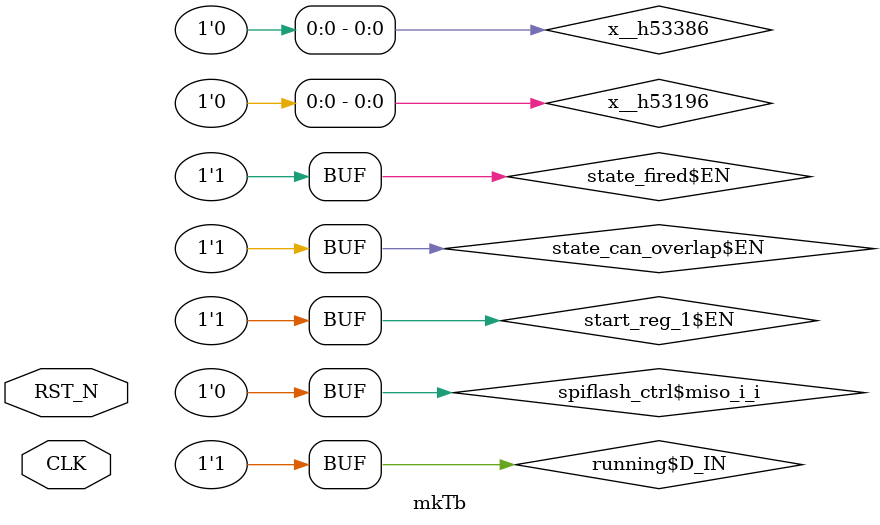
<source format=v>

`ifdef BSV_ASSIGNMENT_DELAY
`else
  `define BSV_ASSIGNMENT_DELAY
`endif

`ifdef BSV_POSITIVE_RESET
  `define BSV_RESET_VALUE 1'b1
  `define BSV_RESET_EDGE posedge
`else
  `define BSV_RESET_VALUE 1'b0
  `define BSV_RESET_EDGE negedge
`endif

module mkTb(CLK,
	    RST_N);
  input  CLK;
  input  RST_N;

  // inlined wires
  wire start_wire$whas, state_overlap_pw$whas, state_set_pw$whas;

  // register jj_1_repeat_count
  reg [1 : 0] jj_1_repeat_count;
  wire [1 : 0] jj_1_repeat_count$D_IN;
  wire jj_1_repeat_count$EN;

  // register jj_repeat_count
  reg [1 : 0] jj_repeat_count;
  wire [1 : 0] jj_repeat_count$D_IN;
  wire jj_repeat_count$EN;

  // register running
  reg running;
  wire running$D_IN, running$EN;

  // register start_reg
  reg start_reg;
  wire start_reg$D_IN, start_reg$EN;

  // register start_reg_1
  reg start_reg_1;
  wire start_reg_1$D_IN, start_reg_1$EN;

  // register state_can_overlap
  reg state_can_overlap;
  wire state_can_overlap$D_IN, state_can_overlap$EN;

  // register state_fired
  reg state_fired;
  wire state_fired$D_IN, state_fired$EN;

  // register state_mkFSMstate
  reg [4 : 0] state_mkFSMstate;
  reg [4 : 0] state_mkFSMstate$D_IN;
  wire state_mkFSMstate$EN;

  // ports of submodule spiflash_ctrl
  reg [8 : 0] spiflash_ctrl$operate_addr;
  reg [7 : 0] spiflash_ctrl$operate_data;
  wire [7 : 0] spiflash_ctrl$read_byte;
  wire spiflash_ctrl$EN_operate,
       spiflash_ctrl$EN_read_byte,
       spiflash_ctrl$RDY_operate,
       spiflash_ctrl$RDY_read_byte,
       spiflash_ctrl$miso_i_i,
       spiflash_ctrl$operate_wr;

  // rule scheduling signals
  wire WILL_FIRE_RL_action_l21c22,
       WILL_FIRE_RL_action_l22c22,
       WILL_FIRE_RL_action_l24c22,
       WILL_FIRE_RL_action_l25c22,
       WILL_FIRE_RL_action_l26c22,
       WILL_FIRE_RL_action_l28c22,
       WILL_FIRE_RL_action_l30c22,
       WILL_FIRE_RL_action_l31c22,
       WILL_FIRE_RL_action_l32c32,
       WILL_FIRE_RL_action_l34c22,
       WILL_FIRE_RL_action_l36c22,
       WILL_FIRE_RL_action_l37c22,
       WILL_FIRE_RL_action_l38c32,
       WILL_FIRE_RL_action_ovlp_r_update_l32c9,
       WILL_FIRE_RL_action_ovlp_r_update_l38c9,
       WILL_FIRE_RL_action_r_init_l32c9,
       WILL_FIRE_RL_action_r_init_l38c9,
       WILL_FIRE_RL_fsm_start,
       WILL_FIRE_RL_idle_l20c16;

  // inputs to muxes for submodule ports
  wire [1 : 0] MUX_jj_1_repeat_count$write_1__VAL_1,
	       MUX_jj_repeat_count$write_1__VAL_1;
  wire MUX_spiflash_ctrl$operate_1__SEL_1,
       MUX_spiflash_ctrl$operate_1__SEL_2,
       MUX_start_reg$write_1__SEL_2;

  // remaining internal signals
  wire [1 : 0] x__h53196, x__h53386;
  wire NOT_jj_1_repeat_count_read__8_BIT_0_9_6_AND_NO_ETC___d106,
       NOT_jj_repeat_count_read__7_BIT_0_8_9_AND_NOT__ETC___d83,
       abort_whas_AND_abort_wget_OR_state_mkFSMstate__ETC___d123,
       abort_whas_AND_abort_wget_OR_state_mkFSMstate__ETC___d130,
       jj_1_repeat_count_read__8_BIT_0_9_AND_NOT_abor_ETC___d103,
       jj_repeat_count_read__7_BIT_0_8_AND_NOT_abort__ETC___d78;

  // submodule spiflash_ctrl
  mkSPIFlashController spiflash_ctrl(.CLK(CLK),
				     .RST_N(RST_N),
				     .miso_i_i(spiflash_ctrl$miso_i_i),
				     .operate_addr(spiflash_ctrl$operate_addr),
				     .operate_data(spiflash_ctrl$operate_data),
				     .operate_wr(spiflash_ctrl$operate_wr),
				     .EN_operate(spiflash_ctrl$EN_operate),
				     .EN_read_byte(spiflash_ctrl$EN_read_byte),
				     .RDY_operate(spiflash_ctrl$RDY_operate),
				     .read_byte(spiflash_ctrl$read_byte),
				     .RDY_read_byte(spiflash_ctrl$RDY_read_byte),
				     .ss_o(),
				     .sck_o(),
				     .mosi_o());

  // rule RL_action_l22c22
  assign WILL_FIRE_RL_action_l22c22 =
	     spiflash_ctrl$RDY_operate && state_mkFSMstate == 5'd1 ;

  // rule RL_action_l24c22
  assign WILL_FIRE_RL_action_l24c22 =
	     spiflash_ctrl$RDY_operate && state_mkFSMstate == 5'd2 ;

  // rule RL_action_l25c22
  assign WILL_FIRE_RL_action_l25c22 =
	     spiflash_ctrl$RDY_operate && state_mkFSMstate == 5'd3 ;

  // rule RL_action_l26c22
  assign WILL_FIRE_RL_action_l26c22 =
	     spiflash_ctrl$RDY_operate && state_mkFSMstate == 5'd4 ;

  // rule RL_action_l28c22
  assign WILL_FIRE_RL_action_l28c22 =
	     spiflash_ctrl$RDY_operate && state_mkFSMstate == 5'd5 ;

  // rule RL_action_l30c22
  assign WILL_FIRE_RL_action_l30c22 =
	     spiflash_ctrl$RDY_operate && state_mkFSMstate == 5'd6 ;

  // rule RL_action_l31c22
  assign WILL_FIRE_RL_action_l31c22 =
	     spiflash_ctrl$RDY_operate && state_mkFSMstate == 5'd7 ;

  // rule RL_action_r_init_l32c9
  assign WILL_FIRE_RL_action_r_init_l32c9 =
	     !jj_repeat_count[0] && state_mkFSMstate == 5'd8 ;

  // rule RL_action_l34c22
  assign WILL_FIRE_RL_action_l34c22 =
	     spiflash_ctrl$RDY_operate && jj_repeat_count[0] &&
	     state_mkFSMstate == 5'd11 ;

  // rule RL_action_l36c22
  assign WILL_FIRE_RL_action_l36c22 =
	     spiflash_ctrl$RDY_operate && state_mkFSMstate == 5'd13 ;

  // rule RL_action_l37c22
  assign WILL_FIRE_RL_action_l37c22 =
	     spiflash_ctrl$RDY_operate && state_mkFSMstate == 5'd14 ;

  // rule RL_action_r_init_l38c9
  assign WILL_FIRE_RL_action_r_init_l38c9 =
	     !jj_1_repeat_count[0] && state_mkFSMstate == 5'd15 ;

  // rule RL_action_ovlp_r_update_l32c9
  assign WILL_FIRE_RL_action_ovlp_r_update_l32c9 =
	     state_can_overlap &&
	     (jj_repeat_count_read__7_BIT_0_8_AND_NOT_abort__ETC___d78 ||
	      NOT_jj_repeat_count_read__7_BIT_0_8_9_AND_NOT__ETC___d83) ;

  // rule RL_action_ovlp_r_update_l38c9
  assign WILL_FIRE_RL_action_ovlp_r_update_l38c9 =
	     state_can_overlap &&
	     (jj_1_repeat_count_read__8_BIT_0_9_AND_NOT_abor_ETC___d103 ||
	      NOT_jj_1_repeat_count_read__8_BIT_0_9_6_AND_NO_ETC___d106) ;

  // rule RL_fsm_start
  assign WILL_FIRE_RL_fsm_start =
	     abort_whas_AND_abort_wget_OR_state_mkFSMstate__ETC___d123 &&
	     (!start_reg_1 || state_fired) &&
	     start_reg ;

  // rule RL_action_l21c22
  assign WILL_FIRE_RL_action_l21c22 =
	     spiflash_ctrl$RDY_operate &&
	     (start_wire$whas && state_mkFSMstate == 5'd0 ||
	      jj_1_repeat_count[0] && start_wire$whas &&
	      state_mkFSMstate == 5'd18) ;

  // rule RL_action_l32c32
  assign WILL_FIRE_RL_action_l32c32 =
	     spiflash_ctrl$RDY_read_byte &&
	     (jj_repeat_count_read__7_BIT_0_8_AND_NOT_abort__ETC___d78 ||
	      state_mkFSMstate == 5'd10 ||
	      NOT_jj_repeat_count_read__7_BIT_0_8_9_AND_NOT__ETC___d83) ;

  // rule RL_action_l38c32
  assign WILL_FIRE_RL_action_l38c32 =
	     spiflash_ctrl$RDY_read_byte &&
	     (jj_1_repeat_count_read__8_BIT_0_9_AND_NOT_abor_ETC___d103 ||
	      state_mkFSMstate == 5'd17 ||
	      NOT_jj_1_repeat_count_read__8_BIT_0_9_6_AND_NO_ETC___d106) ;

  // rule RL_idle_l20c16
  assign WILL_FIRE_RL_idle_l20c16 =
	     jj_1_repeat_count[0] && !start_wire$whas &&
	     state_mkFSMstate == 5'd18 ;

  // inputs to muxes for submodule ports
  assign MUX_spiflash_ctrl$operate_1__SEL_1 =
	     WILL_FIRE_RL_action_l36c22 || WILL_FIRE_RL_action_l30c22 ;
  assign MUX_spiflash_ctrl$operate_1__SEL_2 =
	     WILL_FIRE_RL_action_l37c22 || WILL_FIRE_RL_action_l31c22 ;
  assign MUX_start_reg$write_1__SEL_2 =
	     abort_whas_AND_abort_wget_OR_state_mkFSMstate__ETC___d130 &&
	     !running ;
  assign MUX_jj_1_repeat_count$write_1__VAL_1 =
	     jj_1_repeat_count[1] ? 2'd1 : x__h53386 ;
  assign MUX_jj_repeat_count$write_1__VAL_1 =
	     jj_repeat_count[1] ? 2'd1 : x__h53196 ;

  // inlined wires
  assign start_wire$whas =
	     WILL_FIRE_RL_fsm_start || start_reg_1 && !state_fired ;
  assign state_set_pw$whas =
	     WILL_FIRE_RL_idle_l20c16 || WILL_FIRE_RL_action_l38c32 ||
	     WILL_FIRE_RL_action_r_init_l38c9 ||
	     WILL_FIRE_RL_action_l37c22 ||
	     WILL_FIRE_RL_action_l36c22 ||
	     WILL_FIRE_RL_action_l34c22 ||
	     WILL_FIRE_RL_action_l32c32 ||
	     WILL_FIRE_RL_action_r_init_l32c9 ||
	     WILL_FIRE_RL_action_l31c22 ||
	     WILL_FIRE_RL_action_l30c22 ||
	     WILL_FIRE_RL_action_l28c22 ||
	     WILL_FIRE_RL_action_l26c22 ||
	     WILL_FIRE_RL_action_l25c22 ||
	     WILL_FIRE_RL_action_l24c22 ||
	     WILL_FIRE_RL_action_l22c22 ||
	     WILL_FIRE_RL_action_l21c22 ;
  assign state_overlap_pw$whas =
	     WILL_FIRE_RL_action_ovlp_r_update_l38c9 ||
	     WILL_FIRE_RL_action_ovlp_r_update_l32c9 ;

  // register jj_1_repeat_count
  assign jj_1_repeat_count$D_IN =
	     WILL_FIRE_RL_action_ovlp_r_update_l38c9 ?
	       MUX_jj_1_repeat_count$write_1__VAL_1 :
	       2'd1 ;
  assign jj_1_repeat_count$EN =
	     WILL_FIRE_RL_action_ovlp_r_update_l38c9 ||
	     WILL_FIRE_RL_action_r_init_l38c9 ;

  // register jj_repeat_count
  assign jj_repeat_count$D_IN =
	     WILL_FIRE_RL_action_ovlp_r_update_l32c9 ?
	       MUX_jj_repeat_count$write_1__VAL_1 :
	       2'd1 ;
  assign jj_repeat_count$EN =
	     WILL_FIRE_RL_action_ovlp_r_update_l32c9 ||
	     WILL_FIRE_RL_action_r_init_l32c9 ;

  // register running
  assign running$D_IN = 1'd1 ;
  assign running$EN = MUX_start_reg$write_1__SEL_2 ;

  // register start_reg
  assign start_reg$D_IN = !WILL_FIRE_RL_fsm_start ;
  assign start_reg$EN =
	     WILL_FIRE_RL_fsm_start ||
	     abort_whas_AND_abort_wget_OR_state_mkFSMstate__ETC___d130 &&
	     !running ;

  // register start_reg_1
  assign start_reg_1$D_IN = start_wire$whas ;
  assign start_reg_1$EN = 1'd1 ;

  // register state_can_overlap
  assign state_can_overlap$D_IN =
	     state_set_pw$whas ||
	     !state_overlap_pw$whas && state_can_overlap ;
  assign state_can_overlap$EN = 1'd1 ;

  // register state_fired
  assign state_fired$D_IN = state_set_pw$whas ;
  assign state_fired$EN = 1'd1 ;

  // register state_mkFSMstate
  always@(WILL_FIRE_RL_idle_l20c16 or
	  WILL_FIRE_RL_action_l21c22 or
	  WILL_FIRE_RL_action_l22c22 or
	  WILL_FIRE_RL_action_l24c22 or
	  WILL_FIRE_RL_action_l25c22 or
	  WILL_FIRE_RL_action_l26c22 or
	  WILL_FIRE_RL_action_l28c22 or
	  WILL_FIRE_RL_action_l30c22 or
	  WILL_FIRE_RL_action_l31c22 or
	  WILL_FIRE_RL_action_r_init_l32c9 or
	  WILL_FIRE_RL_action_l32c32 or
	  WILL_FIRE_RL_action_l34c22 or
	  WILL_FIRE_RL_action_l36c22 or
	  WILL_FIRE_RL_action_l37c22 or
	  WILL_FIRE_RL_action_r_init_l38c9 or WILL_FIRE_RL_action_l38c32)
  begin
    case (1'b1) // synopsys parallel_case
      WILL_FIRE_RL_idle_l20c16: state_mkFSMstate$D_IN = 5'd0;
      WILL_FIRE_RL_action_l21c22: state_mkFSMstate$D_IN = 5'd1;
      WILL_FIRE_RL_action_l22c22: state_mkFSMstate$D_IN = 5'd2;
      WILL_FIRE_RL_action_l24c22: state_mkFSMstate$D_IN = 5'd3;
      WILL_FIRE_RL_action_l25c22: state_mkFSMstate$D_IN = 5'd4;
      WILL_FIRE_RL_action_l26c22: state_mkFSMstate$D_IN = 5'd5;
      WILL_FIRE_RL_action_l28c22: state_mkFSMstate$D_IN = 5'd6;
      WILL_FIRE_RL_action_l30c22: state_mkFSMstate$D_IN = 5'd7;
      WILL_FIRE_RL_action_l31c22: state_mkFSMstate$D_IN = 5'd8;
      WILL_FIRE_RL_action_r_init_l32c9: state_mkFSMstate$D_IN = 5'd9;
      WILL_FIRE_RL_action_l32c32: state_mkFSMstate$D_IN = 5'd11;
      WILL_FIRE_RL_action_l34c22: state_mkFSMstate$D_IN = 5'd13;
      WILL_FIRE_RL_action_l36c22: state_mkFSMstate$D_IN = 5'd14;
      WILL_FIRE_RL_action_l37c22: state_mkFSMstate$D_IN = 5'd15;
      WILL_FIRE_RL_action_r_init_l38c9: state_mkFSMstate$D_IN = 5'd16;
      WILL_FIRE_RL_action_l38c32: state_mkFSMstate$D_IN = 5'd18;
      default: state_mkFSMstate$D_IN = 5'b01010 /* unspecified value */ ;
    endcase
  end
  assign state_mkFSMstate$EN =
	     WILL_FIRE_RL_idle_l20c16 || WILL_FIRE_RL_action_l21c22 ||
	     WILL_FIRE_RL_action_l22c22 ||
	     WILL_FIRE_RL_action_l24c22 ||
	     WILL_FIRE_RL_action_l25c22 ||
	     WILL_FIRE_RL_action_l26c22 ||
	     WILL_FIRE_RL_action_l28c22 ||
	     WILL_FIRE_RL_action_l30c22 ||
	     WILL_FIRE_RL_action_l31c22 ||
	     WILL_FIRE_RL_action_r_init_l32c9 ||
	     WILL_FIRE_RL_action_l32c32 ||
	     WILL_FIRE_RL_action_l34c22 ||
	     WILL_FIRE_RL_action_l36c22 ||
	     WILL_FIRE_RL_action_l37c22 ||
	     WILL_FIRE_RL_action_r_init_l38c9 ||
	     WILL_FIRE_RL_action_l38c32 ;

  // submodule spiflash_ctrl
  assign spiflash_ctrl$miso_i_i = 1'd0 ;
  always@(MUX_spiflash_ctrl$operate_1__SEL_1 or
	  WILL_FIRE_RL_action_l21c22 or
	  MUX_spiflash_ctrl$operate_1__SEL_2 or
	  WILL_FIRE_RL_action_l22c22 or
	  WILL_FIRE_RL_action_l24c22 or
	  WILL_FIRE_RL_action_l25c22 or
	  WILL_FIRE_RL_action_l28c22 or
	  WILL_FIRE_RL_action_l34c22 or WILL_FIRE_RL_action_l26c22)
  begin
    case (1'b1) // synopsys parallel_case
      MUX_spiflash_ctrl$operate_1__SEL_1 || WILL_FIRE_RL_action_l21c22:
	  spiflash_ctrl$operate_addr = 9'h0;
      MUX_spiflash_ctrl$operate_1__SEL_2 || WILL_FIRE_RL_action_l22c22:
	  spiflash_ctrl$operate_addr = 9'h001;
      WILL_FIRE_RL_action_l24c22: spiflash_ctrl$operate_addr = 9'h100;
      WILL_FIRE_RL_action_l25c22: spiflash_ctrl$operate_addr = 9'h101;
      WILL_FIRE_RL_action_l28c22 || WILL_FIRE_RL_action_l34c22 ||
      WILL_FIRE_RL_action_l26c22:
	  spiflash_ctrl$operate_addr = 9'h108;
      default: spiflash_ctrl$operate_addr =
		   9'b010101010 /* unspecified value */ ;
    endcase
  end
  always@(MUX_spiflash_ctrl$operate_1__SEL_1 or
	  MUX_spiflash_ctrl$operate_1__SEL_2 or
	  WILL_FIRE_RL_action_l25c22 or
	  WILL_FIRE_RL_action_l28c22 or
	  WILL_FIRE_RL_action_l34c22 or
	  WILL_FIRE_RL_action_l21c22 or
	  WILL_FIRE_RL_action_l26c22 or
	  WILL_FIRE_RL_action_l22c22 or WILL_FIRE_RL_action_l24c22)
  begin
    case (1'b1) // synopsys parallel_case
      MUX_spiflash_ctrl$operate_1__SEL_1 ||
      MUX_spiflash_ctrl$operate_1__SEL_2:
	  spiflash_ctrl$operate_data = 8'h0;
      WILL_FIRE_RL_action_l25c22: spiflash_ctrl$operate_data = 8'h01;
      WILL_FIRE_RL_action_l28c22: spiflash_ctrl$operate_data = 8'h02;
      WILL_FIRE_RL_action_l34c22: spiflash_ctrl$operate_data = 8'h03;
      WILL_FIRE_RL_action_l21c22: spiflash_ctrl$operate_data = 8'h12;
      WILL_FIRE_RL_action_l26c22: spiflash_ctrl$operate_data = 8'h20;
      WILL_FIRE_RL_action_l22c22: spiflash_ctrl$operate_data = 8'h34;
      WILL_FIRE_RL_action_l24c22: spiflash_ctrl$operate_data = 8'hAB;
      default: spiflash_ctrl$operate_data =
		   8'b10101010 /* unspecified value */ ;
    endcase
  end
  assign spiflash_ctrl$operate_wr =
	     !MUX_spiflash_ctrl$operate_1__SEL_1 &&
	     !MUX_spiflash_ctrl$operate_1__SEL_2 ;
  assign spiflash_ctrl$EN_operate =
	     WILL_FIRE_RL_action_l36c22 || WILL_FIRE_RL_action_l30c22 ||
	     WILL_FIRE_RL_action_l37c22 ||
	     WILL_FIRE_RL_action_l31c22 ||
	     WILL_FIRE_RL_action_l21c22 ||
	     WILL_FIRE_RL_action_l22c22 ||
	     WILL_FIRE_RL_action_l24c22 ||
	     WILL_FIRE_RL_action_l25c22 ||
	     WILL_FIRE_RL_action_l28c22 ||
	     WILL_FIRE_RL_action_l34c22 ||
	     WILL_FIRE_RL_action_l26c22 ;
  assign spiflash_ctrl$EN_read_byte =
	     WILL_FIRE_RL_action_l38c32 || WILL_FIRE_RL_action_l32c32 ;

  // remaining internal signals
  assign NOT_jj_1_repeat_count_read__8_BIT_0_9_6_AND_NO_ETC___d106 =
	     !jj_1_repeat_count[0] && state_mkFSMstate == 5'd18 ;
  assign NOT_jj_repeat_count_read__7_BIT_0_8_9_AND_NOT__ETC___d83 =
	     !jj_repeat_count[0] && state_mkFSMstate == 5'd11 ;
  assign abort_whas_AND_abort_wget_OR_state_mkFSMstate__ETC___d123 =
	     state_mkFSMstate == 5'd0 ||
	     jj_1_repeat_count[0] && state_mkFSMstate == 5'd18 ;
  assign abort_whas_AND_abort_wget_OR_state_mkFSMstate__ETC___d130 =
	     abort_whas_AND_abort_wget_OR_state_mkFSMstate__ETC___d123 &&
	     (!start_reg_1 || state_fired) &&
	     !start_reg ;
  assign jj_1_repeat_count_read__8_BIT_0_9_AND_NOT_abor_ETC___d103 =
	     jj_1_repeat_count[0] && state_mkFSMstate == 5'd15 ||
	     state_mkFSMstate == 5'd16 ;
  assign jj_repeat_count_read__7_BIT_0_8_AND_NOT_abort__ETC___d78 =
	     jj_repeat_count[0] && state_mkFSMstate == 5'd8 ||
	     state_mkFSMstate == 5'd9 ;
  assign x__h53196 = { jj_repeat_count[0], 1'd0 } ;
  assign x__h53386 = { jj_1_repeat_count[0], 1'd0 } ;

  // handling of inlined registers

  always@(posedge CLK)
  begin
    if (RST_N == `BSV_RESET_VALUE)
      begin
        jj_1_repeat_count <= `BSV_ASSIGNMENT_DELAY 2'd1;
	jj_repeat_count <= `BSV_ASSIGNMENT_DELAY 2'd1;
	running <= `BSV_ASSIGNMENT_DELAY 1'd0;
	start_reg <= `BSV_ASSIGNMENT_DELAY 1'd0;
	start_reg_1 <= `BSV_ASSIGNMENT_DELAY 1'd0;
	state_can_overlap <= `BSV_ASSIGNMENT_DELAY 1'd1;
	state_fired <= `BSV_ASSIGNMENT_DELAY 1'd0;
	state_mkFSMstate <= `BSV_ASSIGNMENT_DELAY 5'd0;
      end
    else
      begin
        if (jj_1_repeat_count$EN)
	  jj_1_repeat_count <= `BSV_ASSIGNMENT_DELAY jj_1_repeat_count$D_IN;
	if (jj_repeat_count$EN)
	  jj_repeat_count <= `BSV_ASSIGNMENT_DELAY jj_repeat_count$D_IN;
	if (running$EN) running <= `BSV_ASSIGNMENT_DELAY running$D_IN;
	if (start_reg$EN) start_reg <= `BSV_ASSIGNMENT_DELAY start_reg$D_IN;
	if (start_reg_1$EN)
	  start_reg_1 <= `BSV_ASSIGNMENT_DELAY start_reg_1$D_IN;
	if (state_can_overlap$EN)
	  state_can_overlap <= `BSV_ASSIGNMENT_DELAY state_can_overlap$D_IN;
	if (state_fired$EN)
	  state_fired <= `BSV_ASSIGNMENT_DELAY state_fired$D_IN;
	if (state_mkFSMstate$EN)
	  state_mkFSMstate <= `BSV_ASSIGNMENT_DELAY state_mkFSMstate$D_IN;
      end
  end

  // synopsys translate_off
  `ifdef BSV_NO_INITIAL_BLOCKS
  `else // not BSV_NO_INITIAL_BLOCKS
  initial
  begin
    jj_1_repeat_count = 2'h2;
    jj_repeat_count = 2'h2;
    running = 1'h0;
    start_reg = 1'h0;
    start_reg_1 = 1'h0;
    state_can_overlap = 1'h0;
    state_fired = 1'h0;
    state_mkFSMstate = 5'h0A;
  end
  `endif // BSV_NO_INITIAL_BLOCKS
  // synopsys translate_on

  // handling of system tasks

  // synopsys translate_off
  always@(negedge CLK)
  begin
    #0;
    if (RST_N != `BSV_RESET_VALUE)
      if (WILL_FIRE_RL_action_l32c32)
	$display("read_byte = %x", spiflash_ctrl$read_byte);
    if (RST_N != `BSV_RESET_VALUE)
      if (WILL_FIRE_RL_action_l38c32)
	$display("read_byte = %x", spiflash_ctrl$read_byte);
    if (RST_N != `BSV_RESET_VALUE)
      if (WILL_FIRE_RL_action_l21c22 &&
	  (WILL_FIRE_RL_action_l22c22 || WILL_FIRE_RL_action_l24c22 ||
	   WILL_FIRE_RL_action_l25c22 ||
	   WILL_FIRE_RL_action_l26c22 ||
	   WILL_FIRE_RL_action_l28c22 ||
	   WILL_FIRE_RL_action_l30c22 ||
	   WILL_FIRE_RL_action_l31c22 ||
	   WILL_FIRE_RL_action_r_init_l32c9 ||
	   WILL_FIRE_RL_action_l32c32 ||
	   WILL_FIRE_RL_action_l34c22 ||
	   WILL_FIRE_RL_action_l36c22 ||
	   WILL_FIRE_RL_action_l37c22 ||
	   WILL_FIRE_RL_action_r_init_l38c9 ||
	   WILL_FIRE_RL_action_l38c32))
	$display("Error: \"TbSPIFlashController.bsv\", line 21, column 22: (R0001)\n  Mutually exclusive rules (from the ME sets [RL_action_l21c22] and\n  [RL_action_l22c22, RL_action_l24c22, RL_action_l25c22, RL_action_l26c22,\n  RL_action_l28c22, RL_action_l30c22, RL_action_l31c22,\n  RL_action_r_init_l32c9, RL_action_l32c32, RL_action_l34c22,\n  RL_action_l36c22, RL_action_l37c22, RL_action_r_init_l38c9,\n  RL_action_l38c32] ) fired in the same clock cycle.\n");
    if (RST_N != `BSV_RESET_VALUE)
      if (WILL_FIRE_RL_action_l22c22 &&
	  (WILL_FIRE_RL_action_l24c22 || WILL_FIRE_RL_action_l25c22 ||
	   WILL_FIRE_RL_action_l26c22 ||
	   WILL_FIRE_RL_action_l28c22 ||
	   WILL_FIRE_RL_action_l30c22 ||
	   WILL_FIRE_RL_action_l31c22 ||
	   WILL_FIRE_RL_action_r_init_l32c9 ||
	   WILL_FIRE_RL_action_l32c32 ||
	   WILL_FIRE_RL_action_l34c22 ||
	   WILL_FIRE_RL_action_l36c22 ||
	   WILL_FIRE_RL_action_l37c22 ||
	   WILL_FIRE_RL_action_r_init_l38c9 ||
	   WILL_FIRE_RL_action_l38c32))
	$display("Error: \"TbSPIFlashController.bsv\", line 22, column 22: (R0001)\n  Mutually exclusive rules (from the ME sets [RL_action_l22c22] and\n  [RL_action_l24c22, RL_action_l25c22, RL_action_l26c22, RL_action_l28c22,\n  RL_action_l30c22, RL_action_l31c22, RL_action_r_init_l32c9,\n  RL_action_l32c32, RL_action_l34c22, RL_action_l36c22, RL_action_l37c22,\n  RL_action_r_init_l38c9, RL_action_l38c32] ) fired in the same clock cycle.\n");
    if (RST_N != `BSV_RESET_VALUE)
      if (WILL_FIRE_RL_action_l24c22 &&
	  (WILL_FIRE_RL_action_l25c22 || WILL_FIRE_RL_action_l26c22 ||
	   WILL_FIRE_RL_action_l28c22 ||
	   WILL_FIRE_RL_action_l30c22 ||
	   WILL_FIRE_RL_action_l31c22 ||
	   WILL_FIRE_RL_action_r_init_l32c9 ||
	   WILL_FIRE_RL_action_l32c32 ||
	   WILL_FIRE_RL_action_l34c22 ||
	   WILL_FIRE_RL_action_l36c22 ||
	   WILL_FIRE_RL_action_l37c22 ||
	   WILL_FIRE_RL_action_r_init_l38c9 ||
	   WILL_FIRE_RL_action_l38c32))
	$display("Error: \"TbSPIFlashController.bsv\", line 24, column 22: (R0001)\n  Mutually exclusive rules (from the ME sets [RL_action_l24c22] and\n  [RL_action_l25c22, RL_action_l26c22, RL_action_l28c22, RL_action_l30c22,\n  RL_action_l31c22, RL_action_r_init_l32c9, RL_action_l32c32,\n  RL_action_l34c22, RL_action_l36c22, RL_action_l37c22,\n  RL_action_r_init_l38c9, RL_action_l38c32] ) fired in the same clock cycle.\n");
    if (RST_N != `BSV_RESET_VALUE)
      if (WILL_FIRE_RL_action_l25c22 &&
	  (WILL_FIRE_RL_action_l26c22 || WILL_FIRE_RL_action_l28c22 ||
	   WILL_FIRE_RL_action_l30c22 ||
	   WILL_FIRE_RL_action_l31c22 ||
	   WILL_FIRE_RL_action_r_init_l32c9 ||
	   WILL_FIRE_RL_action_l32c32 ||
	   WILL_FIRE_RL_action_l34c22 ||
	   WILL_FIRE_RL_action_l36c22 ||
	   WILL_FIRE_RL_action_l37c22 ||
	   WILL_FIRE_RL_action_r_init_l38c9 ||
	   WILL_FIRE_RL_action_l38c32))
	$display("Error: \"TbSPIFlashController.bsv\", line 25, column 22: (R0001)\n  Mutually exclusive rules (from the ME sets [RL_action_l25c22] and\n  [RL_action_l26c22, RL_action_l28c22, RL_action_l30c22, RL_action_l31c22,\n  RL_action_r_init_l32c9, RL_action_l32c32, RL_action_l34c22,\n  RL_action_l36c22, RL_action_l37c22, RL_action_r_init_l38c9,\n  RL_action_l38c32] ) fired in the same clock cycle.\n");
    if (RST_N != `BSV_RESET_VALUE)
      if (WILL_FIRE_RL_action_l26c22 &&
	  (WILL_FIRE_RL_action_l28c22 || WILL_FIRE_RL_action_l30c22 ||
	   WILL_FIRE_RL_action_l31c22 ||
	   WILL_FIRE_RL_action_r_init_l32c9 ||
	   WILL_FIRE_RL_action_l32c32 ||
	   WILL_FIRE_RL_action_l34c22 ||
	   WILL_FIRE_RL_action_l36c22 ||
	   WILL_FIRE_RL_action_l37c22 ||
	   WILL_FIRE_RL_action_r_init_l38c9 ||
	   WILL_FIRE_RL_action_l38c32))
	$display("Error: \"TbSPIFlashController.bsv\", line 26, column 22: (R0001)\n  Mutually exclusive rules (from the ME sets [RL_action_l26c22] and\n  [RL_action_l28c22, RL_action_l30c22, RL_action_l31c22,\n  RL_action_r_init_l32c9, RL_action_l32c32, RL_action_l34c22,\n  RL_action_l36c22, RL_action_l37c22, RL_action_r_init_l38c9,\n  RL_action_l38c32] ) fired in the same clock cycle.\n");
    if (RST_N != `BSV_RESET_VALUE)
      if (WILL_FIRE_RL_action_l28c22 &&
	  (WILL_FIRE_RL_action_l30c22 || WILL_FIRE_RL_action_l31c22 ||
	   WILL_FIRE_RL_action_r_init_l32c9 ||
	   WILL_FIRE_RL_action_l32c32 ||
	   WILL_FIRE_RL_action_l34c22 ||
	   WILL_FIRE_RL_action_l36c22 ||
	   WILL_FIRE_RL_action_l37c22 ||
	   WILL_FIRE_RL_action_r_init_l38c9 ||
	   WILL_FIRE_RL_action_l38c32))
	$display("Error: \"TbSPIFlashController.bsv\", line 28, column 22: (R0001)\n  Mutually exclusive rules (from the ME sets [RL_action_l28c22] and\n  [RL_action_l30c22, RL_action_l31c22, RL_action_r_init_l32c9,\n  RL_action_l32c32, RL_action_l34c22, RL_action_l36c22, RL_action_l37c22,\n  RL_action_r_init_l38c9, RL_action_l38c32] ) fired in the same clock cycle.\n");
    if (RST_N != `BSV_RESET_VALUE)
      if (WILL_FIRE_RL_action_l30c22 &&
	  (WILL_FIRE_RL_action_l31c22 || WILL_FIRE_RL_action_r_init_l32c9 ||
	   WILL_FIRE_RL_action_l32c32 ||
	   WILL_FIRE_RL_action_l34c22 ||
	   WILL_FIRE_RL_action_l36c22 ||
	   WILL_FIRE_RL_action_l37c22 ||
	   WILL_FIRE_RL_action_r_init_l38c9 ||
	   WILL_FIRE_RL_action_l38c32))
	$display("Error: \"TbSPIFlashController.bsv\", line 30, column 22: (R0001)\n  Mutually exclusive rules (from the ME sets [RL_action_l30c22] and\n  [RL_action_l31c22, RL_action_r_init_l32c9, RL_action_l32c32,\n  RL_action_l34c22, RL_action_l36c22, RL_action_l37c22,\n  RL_action_r_init_l38c9, RL_action_l38c32] ) fired in the same clock cycle.\n");
    if (RST_N != `BSV_RESET_VALUE)
      if (WILL_FIRE_RL_action_l31c22 &&
	  (WILL_FIRE_RL_action_r_init_l32c9 || WILL_FIRE_RL_action_l32c32 ||
	   WILL_FIRE_RL_action_l34c22 ||
	   WILL_FIRE_RL_action_l36c22 ||
	   WILL_FIRE_RL_action_l37c22 ||
	   WILL_FIRE_RL_action_r_init_l38c9 ||
	   WILL_FIRE_RL_action_l38c32))
	$display("Error: \"TbSPIFlashController.bsv\", line 31, column 22: (R0001)\n  Mutually exclusive rules (from the ME sets [RL_action_l31c22] and\n  [RL_action_r_init_l32c9, RL_action_l32c32, RL_action_l34c22,\n  RL_action_l36c22, RL_action_l37c22, RL_action_r_init_l38c9,\n  RL_action_l38c32] ) fired in the same clock cycle.\n");
    if (RST_N != `BSV_RESET_VALUE)
      if (WILL_FIRE_RL_action_l32c32 &&
	  (WILL_FIRE_RL_action_l34c22 || WILL_FIRE_RL_action_l36c22 ||
	   WILL_FIRE_RL_action_l37c22 ||
	   WILL_FIRE_RL_action_r_init_l38c9 ||
	   WILL_FIRE_RL_action_l38c32))
	$display("Error: \"TbSPIFlashController.bsv\", line 32, column 32: (R0001)\n  Mutually exclusive rules (from the ME sets [RL_action_l32c32] and\n  [RL_action_l34c22, RL_action_l36c22, RL_action_l37c22,\n  RL_action_r_init_l38c9, RL_action_l38c32] ) fired in the same clock cycle.\n");
    if (RST_N != `BSV_RESET_VALUE)
      if (WILL_FIRE_RL_action_r_init_l32c9 &&
	  (WILL_FIRE_RL_action_l32c32 || WILL_FIRE_RL_action_l34c22 ||
	   WILL_FIRE_RL_action_l36c22 ||
	   WILL_FIRE_RL_action_l37c22 ||
	   WILL_FIRE_RL_action_r_init_l38c9 ||
	   WILL_FIRE_RL_action_l38c32))
	$display("Error: \"TbSPIFlashController.bsv\", line 32, column 9: (R0001)\n  Mutually exclusive rules (from the ME sets [RL_action_r_init_l32c9] and\n  [RL_action_l32c32, RL_action_l34c22, RL_action_l36c22, RL_action_l37c22,\n  RL_action_r_init_l38c9, RL_action_l38c32] ) fired in the same clock cycle.\n");
    if (RST_N != `BSV_RESET_VALUE)
      if (WILL_FIRE_RL_action_l34c22 &&
	  (WILL_FIRE_RL_action_l36c22 || WILL_FIRE_RL_action_l37c22 ||
	   WILL_FIRE_RL_action_r_init_l38c9 ||
	   WILL_FIRE_RL_action_l38c32))
	$display("Error: \"TbSPIFlashController.bsv\", line 34, column 22: (R0001)\n  Mutually exclusive rules (from the ME sets [RL_action_l34c22] and\n  [RL_action_l36c22, RL_action_l37c22, RL_action_r_init_l38c9,\n  RL_action_l38c32] ) fired in the same clock cycle.\n");
    if (RST_N != `BSV_RESET_VALUE)
      if (WILL_FIRE_RL_action_l36c22 &&
	  (WILL_FIRE_RL_action_l37c22 || WILL_FIRE_RL_action_r_init_l38c9 ||
	   WILL_FIRE_RL_action_l38c32))
	$display("Error: \"TbSPIFlashController.bsv\", line 36, column 22: (R0001)\n  Mutually exclusive rules (from the ME sets [RL_action_l36c22] and\n  [RL_action_l37c22, RL_action_r_init_l38c9, RL_action_l38c32] ) fired in the\n  same clock cycle.\n");
    if (RST_N != `BSV_RESET_VALUE)
      if (WILL_FIRE_RL_action_l37c22 &&
	  (WILL_FIRE_RL_action_r_init_l38c9 || WILL_FIRE_RL_action_l38c32))
	$display("Error: \"TbSPIFlashController.bsv\", line 37, column 22: (R0001)\n  Mutually exclusive rules (from the ME sets [RL_action_l37c22] and\n  [RL_action_r_init_l38c9, RL_action_l38c32] ) fired in the same clock cycle.\n");
    if (RST_N != `BSV_RESET_VALUE)
      if (WILL_FIRE_RL_action_r_init_l38c9 && WILL_FIRE_RL_action_l38c32)
	$display("Error: \"TbSPIFlashController.bsv\", line 38, column 9: (R0001)\n  Mutually exclusive rules (from the ME sets [RL_action_r_init_l38c9] and\n  [RL_action_l38c32] ) fired in the same clock cycle.\n");
    if (RST_N != `BSV_RESET_VALUE)
      if (running &&
	  abort_whas_AND_abort_wget_OR_state_mkFSMstate__ETC___d130)
	$finish(32'd0);
  end
  // synopsys translate_on
endmodule  // mkTb


</source>
